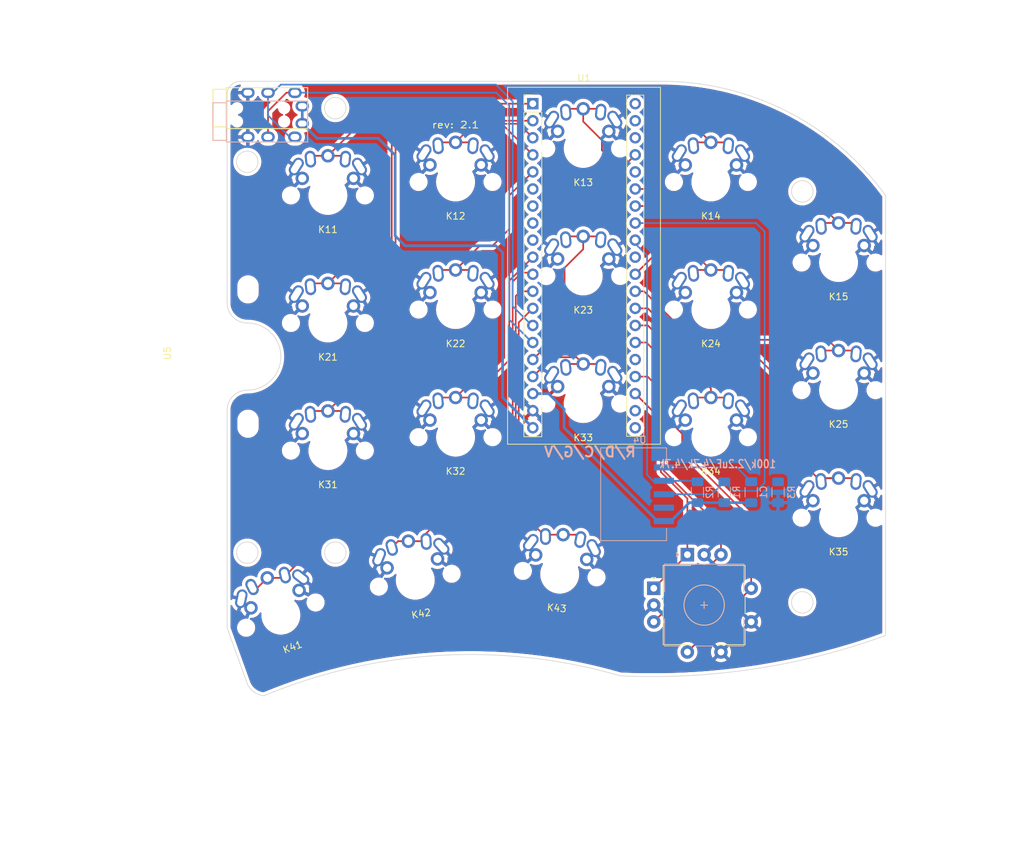
<source format=kicad_pcb>
(kicad_pcb (version 20211014) (generator pcbnew)
  (layers (0 "F.Cu" signal) (31 "B.Cu" signal) (34 "B.Paste" user) (35 "F.Paste" user) (36 "B.SilkS" user "B.Silkscreen") (37 "F.SilkS" user "F.Silkscreen") (38 "B.Mask" user) (39 "F.Mask" user) (44 "Edge.Cuts" user))
  (net 0 "")
  (net 1 "+5V")
  (net 2 "TP_RST")
  (net 5 "GND")
  (net 6 "/k11")
  (net 7 "/k12")
  (net 8 "/k13")
  (net 9 "/k14")
  (net 10 "/k15")
  (net 11 "/k21")
  (net 12 "/k22")
  (net 13 "/k23")
  (net 14 "/k24")
  (net 15 "/k25")
  (net 16 "/k31")
  (net 17 "/k32")
  (net 18 "/k33")
  (net 19 "/k34")
  (net 20 "/k35")
  (net 21 "/k41")
  (net 22 "/k42")
  (net 23 "/k43")
  (net 24 "TP_CLK")
  (net 25 "TP_DAT")
  (net 26 "ENA")
  (net 27 "ENB")
  (net 28 "/k44")
  (net 36 "TX")
  (net 37 "RX")
  (net 41 "+3V3")
  (footprint "kwkb-footprint:Mx-Choc-Reversible" (layer "F.Cu") (at 109.5 107.3 10)
    (fp_text reference "K42")
    (fp_text value "KEYSW")
  )
  (footprint "kwkb-footprint:T400-Trackpoint-mix" (layer "F.Cu") (at 76.6125 74 90)
    (fp_text reference "U5")
    (fp_text value "PlaceHoler")
  )
  (footprint "kwkb-footprint:Mx-Choc-Reversible" (layer "F.Cu") (at 172.5 98)
    (fp_text reference "K35")
    (fp_text value "KEYSW")
  )
  (footprint "kwkb-footprint:Mx-Choc-Reversible" (layer "F.Cu") (at 96.5 69)
    (fp_text reference "K21")
    (fp_text value "KEYSW")
  )
  (footprint "kwkb-footprint:Mx-Choc-Reversible" (layer "F.Cu") (at 153.5 86)
    (fp_text reference "K34")
    (fp_text value "KEYSW")
  )
  (footprint "kwkb-footprint:Mx-Choc-Reversible" (layer "F.Cu") (at 115.5 48)
    (fp_text reference "K12")
    (fp_text value "KEYSW")
  )
  (footprint "kwkb-footprint:Mx-Choc-Reversible" (layer "F.Cu") (at 115.5 86)
    (fp_text reference "K32")
    (fp_text value "KEYSW")
  )
  (footprint "kwkb-footprint:Mx-Choc-Reversible" (layer "F.Cu") (at 96.5 50)
    (fp_text reference "K11")
    (fp_text value "KEYSW")
  )
  (footprint "kwkb-footprint:Mx-Choc-Reversible" (layer "F.Cu") (at 96.5 88)
    (fp_text reference "K31")
    (fp_text value "KEYSW")
  )
  (footprint "kwkb-footprint:Mx-Choc-Reversible" (layer "F.Cu") (at 115.5 67)
    (fp_text reference "K22")
    (fp_text value "KEYSW")
  )
  (footprint "Keebio-Parts:RotaryEncoder_EC11-no-legs" (layer "F.Cu") (at 152.5 111)
    (fp_text reference "SW1")
    (fp_text value "RotaryEncoder_Switch")
  )
  (footprint "kwkb-footprint:Mx-Choc-Reversible" (layer "F.Cu") (at 134.5 62)
    (fp_text reference "K23")
    (fp_text value "KEYSW")
  )
  (footprint "kwkb-footprint:TRRS-PJ-320A" (layer "F.Cu") (at 81.3875 37 90)
    (fp_text reference "U2")
    (fp_text value "TRRS")
  )
  (footprint "kwkb-footprint:Mx-Choc-Reversible" (layer "F.Cu") (at 153.5 48)
    (fp_text reference "K14")
    (fp_text value "KEYSW")
  )
  (footprint "kwkb-footprint:Mx-Choc-Reversible" (layer "F.Cu") (at 134.5 81)
    (fp_text reference "K33")
    (fp_text value "KEYSW")
  )
  (footprint "kwkb-footprint:Mx-Choc-Reversible" (layer "F.Cu") (at 153.5 67)
    (fp_text reference "K24")
    (fp_text value "KEYSW")
  )
  (footprint "kwkb-footprint:Mx-Choc-Reversible" (layer "F.Cu") (at 89.5 112.5 20)
    (fp_text reference "K41")
    (fp_text value "KEYSW")
  )
  (footprint "kwkb-footprint:Mx-Choc-Reversible" (layer "F.Cu") (at 172.5 60)
    (fp_text reference "K15")
    (fp_text value "KEYSW")
  )
  (footprint "WeAct_BlackPill:YAAJ_WeAct_BlackPill_2" (layer "F.Cu") (at 127 36.34)
    (fp_text reference "U1")
    (fp_text value "YAAJ_WeAct_BlackPill_Part_Like" hide)
  )
  (footprint "kwkb-footprint:Mx-Choc-Reversible" (layer "F.Cu") (at 134.5 43)
    (fp_text reference "K13")
    (fp_text value "KEYSW")
  )
  (footprint "kwkb-footprint:Mx-Choc-Reversible" (layer "F.Cu") (at 131 106.4 -5)
    (fp_text reference "K43")
    (fp_text value "KEYSW")
  )
  (footprint "kwkb-footprint:Mx-Choc-Reversible" (layer "F.Cu") (at 172.5 79)
    (fp_text reference "K25")
    (fp_text value "KEYSW")
  )
  (footprint "kwkb-footprint:HY20_1x05_P2.00mm_Vertical_SMD" (layer "B.Cu") (at 143 94.5 180)
    (fp_text reference "U4")
    (fp_text value "trackpoint")
  )
  (footprint "Keebio-Parts:RotaryEncoder_EC11-no-legs" (layer "B.Cu") (at 152.5 111 -90)
    (fp_text reference "SW2")
    (fp_text value "RotaryEncoder_Switch")
  )
  (footprint "kwkb-footprint:TRRS-PJ-320A" (layer "B.Cu") (at 81.3875 39 -90)
    (fp_text reference "U3")
    (fp_text value "TRRS")
  )
  (footprint "Resistor_SMD:R_1206_3216Metric_Pad1.30x1.75mm_HandSolder" (layer "B.Cu") (at 155.5 94.2 90)
    (fp_text reference "R1")
    (fp_text value "4.7k")
  )
  (footprint "Resistor_SMD:R_1206_3216Metric_Pad1.30x1.75mm_HandSolder" (layer "B.Cu") (at 163.5 94.2 -90)
    (fp_text reference "R3")
    (fp_text value "100k")
  )
  (footprint "Resistor_SMD:R_1206_3216Metric_Pad1.30x1.75mm_HandSolder" (layer "B.Cu") (at 151.5 94.2 90)
    (fp_text reference "R2")
    (fp_text value "4.7k")
  )
  (footprint "Capacitor_SMD:C_1206_3216Metric_Pad1.33x1.80mm_HandSolder" (layer "B.Cu") (at 159.5 94.2 90)
    (fp_text reference "C1")
    (fp_text value "2.2uf")
  )
  (gr_arc (start 87 124.5) (mid 85.500501 123.955451) (end 84.5 122.712865) (layer "Edge.Cuts") (width 0.1))
  (gr_circle (center 84.5 103.2) (end 86.1 103.2) (layer "Edge.Cuts") (width 0.1) (fill none))
  (gr_circle (center 167.1 110.6) (end 168.7 110.6) (layer "Edge.Cuts") (width 0.1) (fill none))
  (gr_line (start 81.5 66) (end 81.5 34.9) (layer "Edge.Cuts") (width 0.1))
  (gr_line (start 83.5 33) (end 146.5 33) (layer "Edge.Cuts") (width 0.1))
  (gr_arc (start 87 124.5) (mid 113.246951 118.492689) (end 140 121.536465) (layer "Edge.Cuts") (width 0.1))
  (gr_circle (center 97.6 103.2) (end 99.2 103.2) (layer "Edge.Cuts") (width 0.1) (fill none))
  (gr_line (start 84.5 122.712865) (end 81.5 114.4) (layer "Edge.Cuts") (width 0.1))
  (gr_arc (start 84.5 69) (mid 82.37868 68.12132) (end 81.5 66) (layer "Edge.Cuts") (width 0.1))
  (gr_line (start 179.499999 115.536465) (end 179.5 50) (layer "Edge.Cuts") (width 0.1))
  (gr_arc (start 146.5 33) (mid 165.01767 37.583348) (end 179.5 50) (layer "Edge.Cuts") (width 0.1))
  (gr_circle (center 84.5 45) (end 86.1 45) (layer "Edge.Cuts") (width 0.1) (fill none))
  (gr_circle (center 167.1 49.4) (end 168.7 49.4) (layer "Edge.Cuts") (width 0.1) (fill none))
  (gr_arc (start 81.5 82) (mid 82.37868 79.87868) (end 84.5 79) (layer "Edge.Cuts") (width 0.1))
  (gr_line (start 81.5 82) (end 81.5 114.4) (layer "Edge.Cuts") (width 0.1))
  (gr_circle (center 97.6 37) (end 99.2 37) (layer "Edge.Cuts") (width 0.1) (fill none))
  (gr_arc (start 179.499999 115.536465) (mid 160.048258 120.500001) (end 140 121.536465) (layer "Edge.Cuts") (width 0.1))
  (gr_arc (start 81.5 34.9) (mid 82.120711 33.550767) (end 83.5 33) (layer "Edge.Cuts") (width 0.1))
  (gr_arc (start 84.5 69) (mid 89.5 74) (end 84.5 79) (layer "Edge.Cuts") (width 0.1))
  (gr_text "100k/2.2uF/4.7k/4.7k" (at 154.5 90) (layer "B.SilkS") (effects (font (size 1.2 1) (thickness 0.2)) (justify mirror)))
  (gr_text "R/D/C/G/V" (at 135.5 88.2) (layer "B.SilkS") (effects (font (size 1.5 1.5) (thickness 0.3)) (justify mirror)))
  (gr_text "rev: 2.1" (at 115.5 39.5) (layer "F.SilkS") (effects (font (size 1 1.2))))
  (segment (start 145.55 98.5) (end 146.5 98.5) (width 0.4) (layer "B.Cu") (net 1))
  (segment (start 146.5 98.5) (end 147.55 98.5) (width 0.4) (layer "B.Cu") (net 1))
  (segment (start 127 79.52) (end 129.35848 79.52) (width 0.4) (layer "B.Cu") (net 1))
  (segment (start 155.5 95.75) (end 159.4875 95.75) (width 0.4) (layer "B.Cu") (net 1))
  (segment (start 131.649999 84.599999) (end 145.55 98.5) (width 0.4) (layer "B.Cu") (net 1))
  (segment (start 129.35848 79.52) (end 131.649999 81.811519) (width 0.4) (layer "B.Cu") (net 1))
  (segment (start 147.55 98.5) (end 150.3 95.75) (width 0.4) (layer "B.Cu") (net 1))
  (segment (start 131.649999 81.811519) (end 131.649999 84.599999) (width 0.4) (layer "B.Cu") (net 1))
  (segment (start 151.5 95.75) (end 155.5 95.75) (width 0.4) (layer "B.Cu") (net 1))
  (segment (start 150.3 95.75) (end 151.5 95.75) (width 0.4) (layer "B.Cu") (net 1))
  (segment (start 159.4875 95.75) (end 159.5 95.7625) (width 0.4) (layer "B.Cu") (net 1))
  (segment (start 146.5 90.5) (end 157.3625 90.5) (width 0.25) (layer "B.Cu") (net 2))
  (segment (start 157.3625 90.5) (end 159.5 92.6375) (width 0.25) (layer "B.Cu") (net 2))
  (segment (start 94.4 44.1) (end 93.9 44.6) (width 0.25) (layer "F.Cu") (net 6))
  (segment (start 104.26 36.34) (end 96.5 44.1) (width 0.25) (layer "F.Cu") (net 6))
  (segment (start 96.5 44.1) (end 94.4 44.1) (width 0.25) (layer "F.Cu") (net 6))
  (segment (start 98.6 44.1) (end 99.1 44.6) (width 0.25) (layer "F.Cu") (net 6))
  (segment (start 96.5 44.1) (end 98.6 44.1) (width 0.25) (layer "F.Cu") (net 6))
  (segment (start 127 36.34) (end 104.26 36.34) (width 0.25) (layer "F.Cu") (net 6))
  (segment (start 115.5 42.1) (end 117.6 42.1) (width 0.25) (layer "F.Cu") (net 7))
  (segment (start 127 43.96) (end 122.82 39.78) (width 0.25) (layer "F.Cu") (net 7))
  (segment (start 117.82 39.78) (end 115.5 42.1) (width 0.25) (layer "F.Cu") (net 7))
  (segment (start 115.5 42.1) (end 113.4 42.1) (width 0.25) (layer "F.Cu") (net 7))
  (segment (start 117.6 42.1) (end 118.1 42.6) (width 0.25) (layer "F.Cu") (net 7))
  (segment (start 113.4 42.1) (end 112.9 42.6) (width 0.25) (layer "F.Cu") (net 7))
  (segment (start 122.82 39.78) (end 117.82 39.78) (width 0.25) (layer "F.Cu") (net 7))
  (segment (start 139 45) (end 137.275001 43.275001) (width 0.25) (layer "F.Cu") (net 8))
  (segment (start 132.4 37.1) (end 131.9 37.6) (width 0.25) (layer "F.Cu") (net 8))
  (segment (start 137.275001 41.775001) (end 134.5 39) (width 0.25) (layer "F.Cu") (net 8))
  (segment (start 134.5 37.1) (end 132.4 37.1) (width 0.25) (layer "F.Cu") (net 8))
  (segment (start 136.6 37.1) (end 137.1 37.6) (width 0.25) (layer "F.Cu") (net 8))
  (segment (start 134.5 39) (end 134.5 37.1) (width 0.25) (layer "F.Cu") (net 8))
  (segment (start 141.2 45) (end 139 45) (width 0.25) (layer "F.Cu") (net 8))
  (segment (start 137.275001 43.275001) (end 137.275001 41.775001) (width 0.25) (layer "F.Cu") (net 8))
  (segment (start 142.46 43.96) (end 142.5 44) (width 0.25) (layer "F.Cu") (net 8))
  (segment (start 134.5 37.1) (end 136.6 37.1) (width 0.25) (layer "F.Cu") (net 8))
  (segment (start 142.24 43.96) (end 141.2 45) (width 0.25) (layer "F.Cu") (net 8))
  (segment (start 142.24 43.96) (end 142.46 43.96) (width 0.25) (layer "F.Cu") (net 8))
  (segment (start 155.6 42.1) (end 156.1 42.6) (width 0.25) (layer "F.Cu") (net 9))
  (segment (start 153.5 42.1) (end 155.6 42.1) (width 0.25) (layer "F.Cu") (net 9))
  (segment (start 147 40) (end 151.4 40) (width 0.25) (layer "F.Cu") (net 9))
  (segment (start 151.4 40) (end 153.5 42.1) (width 0.25) (layer "F.Cu") (net 9))
  (segment (start 151.4 42.1) (end 150.9 42.6) (width 0.25) (layer "F.Cu") (net 9))
  (segment (start 143.96 49.04) (end 145.5 47.5) (width 0.25) (layer "F.Cu") (net 9))
  (segment (start 145.5 47.5) (end 145.5 41.5) (width 0.25) (layer "F.Cu") (net 9))
  (segment (start 142.24 49.04) (end 143.96 49.04) (width 0.25) (layer "F.Cu") (net 9))
  (segment (start 145.5 41.5) (end 147 40) (width 0.25) (layer "F.Cu") (net 9))
  (segment (start 153.5 42.1) (end 151.4 42.1) (width 0.25) (layer "F.Cu") (net 9))
  (segment (start 172.5 54.1) (end 174.6 54.1) (width 0.25) (layer "F.Cu") (net 10))
  (segment (start 172.5 54.1) (end 170.4 54.1) (width 0.25) (layer "F.Cu") (net 10))
  (segment (start 172.5 54) (end 171.9 54.6) (width 0.25) (layer "F.Cu") (net 10))
  (segment (start 171.175001 52.775001) (end 172.5 54.1) (width 0.25) (layer "F.Cu") (net 10))
  (segment (start 174.6 54.1) (end 175.1 54.6) (width 0.25) (layer "F.Cu") (net 10))
  (segment (start 147.38 51.58) (end 148.575001 52.775001) (width 0.25) (layer "F.Cu") (net 10))
  (segment (start 142.24 51.58) (end 147.38 51.58) (width 0.25) (layer "F.Cu") (net 10))
  (segment (start 170.4 54.1) (end 169.9 54.6) (width 0.25) (layer "F.Cu") (net 10))
  (segment (start 148.575001 52.775001) (end 171.175001 52.775001) (width 0.25) (layer "F.Cu") (net 10))
  (segment (start 172.5 54.1) (end 172.5 54) (width 0.25) (layer "F.Cu") (net 10))
  (segment (start 107.62 38.88) (end 106 40.5) (width 0.25) (layer "F.Cu") (net 11))
  (segment (start 104.5 59.5) (end 100.1 59.5) (width 0.25) (layer "F.Cu") (net 11))
  (segment (start 96.5 63.1) (end 98.6 63.1) (width 0.25) (layer "F.Cu") (net 11))
  (segment (start 106 40.5) (end 106 58) (width 0.25) (layer "F.Cu") (net 11))
  (segment (start 100.1 59.5) (end 96.5 63.1) (width 0.25) (layer "F.Cu") (net 11))
  (segment (start 96.5 63.1) (end 94.4 63.1) (width 0.25) (layer "F.Cu") (net 11))
  (segment (start 106 58) (end 104.5 59.5) (width 0.25) (layer "F.Cu") (net 11))
  (segment (start 94.4 63.1) (end 93.9 63.6) (width 0.25) (layer "F.Cu") (net 11))
  (segment (start 98.6 63.1) (end 99.1 63.6) (width 0.25) (layer "F.Cu") (net 11))
  (segment (start 127 38.88) (end 107.62 38.88) (width 0.25) (layer "F.Cu") (net 11))
  (segment (start 121 57.5) (end 119.1 57.5) (width 0.25) (layer "F.Cu") (net 12))
  (segment (start 115.5 61.1) (end 117.6 61.1) (width 0.25) (layer "F.Cu") (net 12))
  (segment (start 115.5 61.1) (end 113.4 61.1) (width 0.25) (layer "F.Cu") (net 12))
  (segment (start 117.6 61.1) (end 118.1 61.6) (width 0.25) (layer "F.Cu") (net 12))
  (segment (start 115.5 61.1) (end 115.5 61) (width 0.25) (layer "F.Cu") (net 12))
  (segment (start 123.5 50) (end 123.5 55) (width 0.25) (layer "F.Cu") (net 12))
  (segment (start 113.4 61.1) (end 112.9 61.6) (width 0.25) (layer "F.Cu") (net 12))
  (segment (start 119.1 57.5) (end 115.5 61.1) (width 0.25) (layer "F.Cu") (net 12))
  (segment (start 123.5 55) (end 121 57.5) (width 0.25) (layer "F.Cu") (net 12))
  (segment (start 127 46.5) (end 123.5 50) (width 0.25) (layer "F.Cu") (net 12))
  (segment (start 134.5 56.1) (end 132.4 56.1) (width 0.25) (layer "F.Cu") (net 13))
  (segment (start 136.6 56.1) (end 137.1 56.6) (width 0.25) (layer "F.Cu") (net 13))
  (segment (start 131.724999 60.775001) (end 131.724999 69.715001) (width 0.25) (layer "F.Cu") (net 13))
  (segment (start 134.5 56.1) (end 136.6 56.1) (width 0.25) (layer "F.Cu") (net 13))
  (segment (start 134.5 56.1) (end 134.5 58) (width 0.25) (layer "F.Cu") (net 13))
  (segment (start 131.724999 69.715001) (end 127 74.44) (width 0.25) (layer "F.Cu") (net 13))
  (segment (start 134.5 58) (end 131.724999 60.775001) (width 0.25) (layer "F.Cu") (net 13))
  (segment (start 132.4 56.1) (end 131.9 56.6) (width 0.25) (layer "F.Cu") (net 13))
  (segment (start 145.48 58.5) (end 150.9 58.5) (width 0.25) (layer "F.Cu") (net 14))
  (segment (start 142.24 61.74) (end 145.48 58.5) (width 0.25) (layer "F.Cu") (net 14))
  (segment (start 142.24 61.74) (end 142 61.5) (width 0.25) (layer "F.Cu") (net 14))
  (segment (start 153.5 61.1) (end 155.6 61.1) (width 0.25) (layer "F.Cu") (net 14))
  (segment (start 150.9 58.5) (end 153.5 61.1) (width 0.25) (layer "F.Cu") (net 14))
  (segment (start 153.5 61.1) (end 151.4 61.1) (width 0.25) (layer "F.Cu") (net 14))
  (segment (start 151.4 61.1) (end 150.9 61.6) (width 0.25) (layer "B.Cu") (net 14))
  (segment (start 155.6 61.1) (end 156.1 61.6) (width 0.25) (layer "B.Cu") (net 14))
  (segment (start 174.6 73.1) (end 175.1 73.6) (width 0.25) (layer "F.Cu") (net 15))
  (segment (start 150.767586 71.5) (end 143.547586 64.28) (width 0.25) (layer "F.Cu") (net 15))
  (segment (start 172.5 73.1) (end 170.9 71.5) (width 0.25) (layer "F.Cu") (net 15))
  (segment (start 143.547586 64.28) (end 142.24 64.28) (width 0.25) (layer "F.Cu") (net 15))
  (segment (start 170.4 73.1) (end 169.9 73.6) (width 0.25) (layer "F.Cu") (net 15))
  (segment (start 172.5 73.1) (end 170.4 73.1) (width 0.25) (layer "F.Cu") (net 15))
  (segment (start 170.9 71.5) (end 150.767586 71.5) (width 0.25) (layer "F.Cu") (net 15))
  (segment (start 172.5 73.1) (end 174.6 73.1) (width 0.25) (layer "F.Cu") (net 15))
  (segment (start 94.4 82.1) (end 93.9 82.6) (width 0.25) (layer "F.Cu") (net 16))
  (segment (start 98.6 82.1) (end 99.1 82.6) (width 0.25) (layer "F.Cu") (net 16))
  (segment (start 104.5 78.5) (end 100.1 78.5) (width 0.25) (layer "F.Cu") (net 16))
  (segment (start 96.5 82.1) (end 98.6 82.1) (width 0.25) (layer "F.Cu") (net 16))
  (segment (start 106.568198 40.568198) (end 106.568198 76.431802) (width 0.25) (layer "F.Cu") (net 16))
  (segment (start 100.1 78.5) (end 96.5 82.1) (width 0.25) (layer "F.Cu") (net 16))
  (segment (start 107.806396 39.33) (end 106.568198 40.568198) (width 0.25) (layer "F.Cu") (net 16))
  (segment (start 106.568198 76.431802) (end 104.5 78.5) (width 0.25) (layer "F.Cu") (net 16))
  (segment (start 127 41.42) (end 124.91 39.33) (width 0.25) (layer "F.Cu") (net 16))
  (segment (start 124.91 39.33) (end 107.806396 39.33) (width 0.25) (layer "F.Cu") (net 16))
  (segment (start 96.5 82.1) (end 94.4 82.1) (width 0.25) (layer "F.Cu") (net 16))
  (segment (start 119.1 76.5) (end 115.5 80.1) (width 0.25) (layer "F.Cu") (net 17))
  (segment (start 121.5 76.5) (end 119.1 76.5) (width 0.25) (layer "F.Cu") (net 17))
  (segment (start 123.5 62.7) (end 123.5 74.5) (width 0.25) (layer "F.Cu") (net 17))
  (segment (start 113.4 80.1) (end 112.9 80.6) (width 0.25) (layer "F.Cu") (net 17))
  (segment (start 115.5 80.1) (end 113.4 80.1) (width 0.25) (layer "F.Cu") (net 17))
  (segment (start 127 59.2) (end 123.5 62.7) (width 0.25) (layer "F.Cu") (net 17))
  (segment (start 115.5 80.1) (end 117.6 80.1) (width 0.25) (layer "F.Cu") (net 17))
  (segment (start 117.6 80.1) (end 118.1 80.6) (width 0.25) (layer "F.Cu") (net 17))
  (segment (start 123.5 74.5) (end 121.5 76.5) (width 0.25) (layer "F.Cu") (net 17))
  (segment (start 134.5 75.1) (end 132.4 75.1) (width 0.25) (layer "F.Cu") (net 18))
  (segment (start 136.6 75.1) (end 137.1 75.6) (width 0.25) (layer "F.Cu") (net 18))
  (segment (start 132.4 75.1) (end 131.9 75.6) (width 0.25) (layer "F.Cu") (net 18))
  (segment (start 134.5 75.1) (end 136.6 75.1) (width 0.25) (layer "F.Cu") (net 18))
  (segment (start 127 77) (end 129.9 74.1) (width 0.25) (layer "F.Cu") (net 18))
  (segment (start 127 76.98) (end 127 77) (width 0.25) (layer "F.Cu") (net 18))
  (segment (start 129.9 74.1) (end 133.5 74.1) (width 0.25) (layer "F.Cu") (net 18))
  (segment (start 133.5 74.1) (end 134.5 75.1) (width 0.25) (layer "F.Cu") (net 18))
  (segment (start 144.11 69.36) (end 153.5 78.75) (width 0.25) (layer "F.Cu") (net 19))
  (segment (start 153.5 80.1) (end 155.6 80.1) (width 0.25) (layer "F.Cu") (net 19))
  (segment (start 155.6 80.1) (end 156.1 80.6) (width 0.25) (layer "F.Cu") (net 19))
  (segment (start 142.24 69.36) (end 144.11 69.36) (width 0.25) (layer "F.Cu") (net 19))
  (segment (start 153.5 78.75) (end 153.5 80.1) (width 0.25) (layer "F.Cu") (net 19))
  (segment (start 151.4 80.1) (end 150.9 80.6) (width 0.25) (layer "F.Cu") (net 19))
  (segment (start 153.5 80.1) (end 151.4 80.1) (width 0.25) (layer "F.Cu") (net 19))
  (segment (start 163.5 86.2) (end 169.497317 92.197317) (width 0.25) (layer "F.Cu") (net 20))
  (segment (start 170.4 92.1) (end 169.9 92.6) (width 0.25) (layer "F.Cu") (net 20))
  (segment (start 160.5 74.2) (end 163.5 77.2) (width 0.25) (layer "F.Cu") (net 20))
  (segment (start 142.24 66.82) (end 144.1 66.82) (width 0.25) (layer "F.Cu") (net 20))
  (segment (start 174.6 92.1) (end 175.1 92.6) (width 0.25) (layer "F.Cu") (net 20))
  (segment (start 151.48 74.2) (end 160.5 74.2) (width 0.25) (layer "F.Cu") (net 20))
  (segment (start 172.5 92.1) (end 174.6 92.1) (width 0.25) (layer "F.Cu") (net 20))
  (segment (start 144.1 66.82) (end 151.48 74.2) (width 0.25) (layer "F.Cu") (net 20))
  (segment (start 163.5 77.2) (end 163.5 86.2) (width 0.25) (layer "F.Cu") (net 20))
  (segment (start 169.926117 92.1) (end 169.861228 92.164889) (width 0.25) (layer "F.Cu") (net 20))
  (segment (start 172.5 92.1) (end 170.4 92.1) (width 0.25) (layer "F.Cu") (net 20))
  (segment (start 172.5 92.1) (end 169.926117 92.1) (width 0.25) (layer "F.Cu") (net 20))
  (segment (start 127 61.74) (end 127 61.5) (width 0.25) (layer "F.Cu") (net 21))
  (segment (start 125.336396 61.5) (end 124 62.836396) (width 0.25) (layer "F.Cu") (net 21))
  (segment (start 117.2 96) (end 100.796048 96) (width 0.25) (layer "F.Cu") (net 21))
  (segment (start 100.796048 96) (end 90.259641 106.536407) (width 0.25) (layer "F.Cu") (net 21))
  (segment (start 87.482081 106.955814) (end 89.676885 106.955814) (width 0.25) (layer "F.Cu") (net 21))
  (segment (start 89.676885 106.955814) (end 90.096292 106.536407) (width 0.25) (layer "F.Cu") (net 21))
  (segment (start 127 61.5) (end 125.336396 61.5) (width 0.25) (layer "F.Cu") (net 21))
  (segment (start 124 89.2) (end 117.2 96) (width 0.25) (layer "F.Cu") (net 21))
  (segment (start 87.482081 106.955814) (end 86.122983 108.314912) (width 0.25) (layer "F.Cu") (net 21))
  (segment (start 124 62.836396) (end 124 89.2) (width 0.25) (layer "F.Cu") (net 21))
  (segment (start 86.122983 108.314912) (end 85.20989 108.314912) (width 0.25) (layer "F.Cu") (net 21))
  (segment (start 90.259641 106.536407) (end 90.096292 106.536407) (width 0.25) (layer "F.Cu") (net 21))
  (segment (start 115 96.45) (end 111.1228 100.3272) (width 0.25) (layer "F.Cu") (net 22))
  (segment (start 127 64.28) (end 127 64) (width 0.25) (layer "F.Cu") (net 22))
  (segment (start 108.475476 101.489634) (end 111.081881 101.489634) (width 0.25) (layer "F.Cu") (net 22))
  (segment (start 117.55 96.45) (end 115 96.45) (width 0.25) (layer "F.Cu") (net 22))
  (segment (start 125.17 64.28) (end 124.45 65) (width 0.25) (layer "F.Cu") (net 22))
  (segment (start 127 64.28) (end 125.17 64.28) (width 0.25) (layer "F.Cu") (net 22))
  (segment (start 111.081881 101.489634) (end 111.1228 101.530553) (width 0.25) (layer "F.Cu") (net 22))
  (segment (start 124.45 89.55) (end 117.55 96.45) (width 0.25) (layer "F.Cu") (net 22))
  (segment (start 106.945689 101.489634) (end 106.0018 102.433523) (width 0.25) (layer "F.Cu") (net 22))
  (segment (start 111.1228 100.3272) (end 111.1228 101.530553) (width 0.25) (layer "F.Cu") (net 22))
  (segment (start 124.45 65) (end 124.45 89.55) (width 0.25) (layer "F.Cu") (net 22))
  (segment (start 108.475476 101.489634) (end 106.945689 101.489634) (width 0.25) (layer "F.Cu") (net 22))
  (segment (start 124.9 96.813409) (end 128.880535 100.793944) (width 0.25) (layer "F.Cu") (net 23))
  (segment (start 133.336044 100.522451) (end 134.060747 101.247154) (width 0.25) (layer "F.Cu") (net 23))
  (segment (start 124.9 68.92) (end 124.9 96.813409) (width 0.25) (layer "F.Cu") (net 23))
  (segment (start 127 66.82) (end 124.9 68.92) (width 0.25) (layer "F.Cu") (net 23))
  (segment (start 129.152028 100.522451) (end 128.880535 100.793944) (width 0.25) (layer "F.Cu") (net 23))
  (segment (start 131.514219 100.522451) (end 133.336044 100.522451) (width 0.25) (layer "F.Cu") (net 23))
  (segment (start 131.514219 100.522451) (end 129.152028 100.522451) (width 0.25) (layer "F.Cu") (net 23))
  (segment (start 161.5 92.811827) (end 161.5 55.4) (width 0.25) (layer "B.Cu") (net 24))
  (segment (start 161.5 55.4) (end 160.2 54.1) (width 0.25) (layer "B.Cu") (net 24))
  (segment (start 160.5 93.811827) (end 161.5 92.811827) (width 0.25) (layer "B.Cu") (net 24))
  (segment (start 155.5 92.65) (end 153.65 94.5) (width 0.25) (layer "B.Cu") (net 24))
  (segment (start 160.18 54.12) (end 142.24 54.12) (width 0.25) (layer "B.Cu") (net 24))
  (segment (start 160.2 54.1) (end 160.18 54.12) (width 0.25) (layer "B.Cu") (net 24))
  (segment (start 156.85 94) (end 160.5 94) (width 0.25) (layer "B.Cu") (net 24))
  (segment (start 160.5 94) (end 160.5 93.811827) (width 0.25) (layer "B.Cu") (net 24))
  (segment (start 155.5 92.65) (end 156.85 94) (width 0.25) (layer "B.Cu") (net 24))
  (segment (start 153.65 94.5) (end 146.5 94.5) (width 0.25) (layer "B.Cu") (net 24))
  (segment (start 142.24 57.18524) (end 144 58.94524) (width 0.25) (layer "B.Cu") (net 25))
  (segment (start 142.24 56.66) (end 142.24 57.18524) (width 0.25) (layer "B.Cu") (net 25))
  (segment (start 142.24 56.66) (end 142.24 56.46) (width 0.25) (layer "B.Cu") (net 25))
  (segment (start 142.24 56.46) (end 142.3 56.4) (width 0.25) (layer "B.Cu") (net 25))
  (segment (start 151.5 92.65) (end 151.35 92.5) (width 0.25) (layer "B.Cu") (net 25))
  (segment (start 144 58.94524) (end 144 91.6) (width 0.25) (layer "B.Cu") (net 25))
  (segment (start 151.35 92.5) (end 146.5 92.5) (width 0.25) (layer "B.Cu") (net 25))
  (segment (start 144 91.6) (end 145 92.6) (width 0.25) (layer "B.Cu") (net 25))
  (segment (start 146.05 91.186396) (end 150 95.136396) (width 0.25) (layer "F.Cu") (net 26))
  (segment (start 142.24 79.52) (end 146.05 83.33) (width 0.25) (layer "F.Cu") (net 26))
  (segment (start 150 95.136396) (end 150 103.5) (width 0.25) (layer "F.Cu") (net 26))
  (segment (start 146.05 83.33) (end 146.05 91.186396) (width 0.25) (layer "F.Cu") (net 26))
  (segment (start 150 103.5) (end 145 108.5) (width 0.25) (layer "F.Cu") (net 26))
  (segment (start 155 99.5) (end 155 103.5) (width 0.25) (layer "F.Cu") (net 27))
  (segment (start 155 103.5) (end 145 113.5) (width 0.25) (layer "F.Cu") (net 27))
  (segment (start 146.5 79.4) (end 146.5 91) (width 0.25) (layer "F.Cu") (net 27))
  (segment (start 142.24 76.98) (end 144.08 76.98) (width 0.25) (layer "F.Cu") (net 27))
  (segment (start 144.08 76.98) (end 146.5 79.4) (width 0.25) (layer "F.Cu") (net 27))
  (segment (start 146.5 91) (end 155 99.5) (width 0.25) (layer "F.Cu") (net 27))
  (segment (start 149.225001 87.925001) (end 159.5 98.2) (width 0.25) (layer "F.Cu") (net 28))
  (segment (start 142.24 71.9) (end 143.9 71.9) (width 0.25) (layer "F.Cu") (net 28))
  (segment (start 147 75) (end 147 83.267586) (width 0.25) (layer "F.Cu") (net 28))
  (segment (start 143.9 71.9) (end 147 75) (width 0.25) (layer "F.Cu") (net 28))
  (segment (start 159.5 98.2) (end 159.5 108.5) (width 0.25) (layer "F.Cu") (net 28))
  (segment (start 147 83.267586) (end 149.225001 85.492587) (width 0.25) (layer "F.Cu") (net 28))
  (segment (start 149.225001 85.492587) (end 149.225001 87.925001) (width 0.25) (layer "F.Cu") (net 28))
  (segment (start 159.5 108.5) (end 150 118) (width 0.25) (layer "F.Cu") (net 28))
  (segment (start 87.5875 34.7) (end 87.5875 38.0875) (width 0.25) (layer "B.Cu") (net 36))
  (segment (start 87.5875 38.0875) (end 90.8 41.3) (width 0.25) (layer "B.Cu") (net 36))
  (segment (start 121.5 33.5) (end 124 36) (width 0.25) (layer "B.Cu") (net 36))
  (segment (start 124 36) (end 124 66.5) (width 0.25) (layer "B.Cu") (net 36))
  (segment (start 90.8 41.3) (end 91.5875 41.3) (width 0.25) (layer "B.Cu") (net 36))
  (segment (start 87.5875 34.7) (end 88.3 34.7) (width 0.25) (layer "B.Cu") (net 36))
  (segment (start 124 66.5) (end 127 69.5) (width 0.25) (layer "B.Cu") (net 36))
  (segment (start 89.5 33.5) (end 121.5 33.5) (width 0.25) (layer "B.Cu") (net 36))
  (segment (start 88.3 34.7) (end 89.5 33.5) (width 0.25) (layer "B.Cu") (net 36))
  (segment (start 127 69.5) (end 127 69.36) (width 0.25) (layer "B.Cu") (net 36))
  (segment (start 90.3375 34.7) (end 91.5875 34.7) (width 0.25) (layer "F.Cu") (net 37))
  (segment (start 87.5875 37.45) (end 90.3375 34.7) (width 0.25) (layer "F.Cu") (net 37))
  (segment (start 87.5875 41.3) (end 87.5875 37.45) (width 0.25) (layer "F.Cu") (net 37))
  (segment (start 87.5875 41.3) (end 87.8 41.3) (width 0.25) (layer "F.Cu") (net 37))
  (segment (start 121.563604 34.7) (end 91.5875 34.7) (width 0.25) (layer "B.Cu") (net 37))
  (segment (start 126.9 71.9) (end 123.5 68.5) (width 0.25) (layer "B.Cu") (net 37))
  (segment (start 127 71.9) (end 126.9 71.9) (width 0.25) (layer "B.Cu") (net 37))
  (segment (start 123.5 36.636396) (end 121.563604 34.7) (width 0.25) (layer "B.Cu") (net 37))
  (segment (start 123.5 68.5) (end 123.5 36.636396) (width 0.25) (layer "B.Cu") (net 37))
  (segment (start 122.5 58.5) (end 122.5 80.1) (width 0.4) (layer "B.Cu") (net 41))
  (segment (start 104 41.5) (end 106.5 44) (width 0.4) (layer "B.Cu") (net 41))
  (segment (start 106.5 44) (end 106.5 56) (width 0.4) (layer "B.Cu") (net 41))
  (segment (start 92.6875 39.3) (end 94.8875 41.5) (width 0.4) (layer "B.Cu") (net 41))
  (segment (start 122.5 80.1) (end 127 84.6) (width 0.4) (layer "B.Cu") (net 41))
  (segment (start 92.6875 39.3) (end 92.6875 36.7) (width 0.4) (layer "B.Cu") (net 41))
  (segment (start 106.5 56) (end 108 57.5) (width 0.4) (layer "B.Cu") (net 41))
  (segment (start 121.5 57.5) (end 122.5 58.5) (width 0.4) (layer "B.Cu") (net 41))
  (segment (start 108 57.5) (end 121.5 57.5) (width 0.4) (layer "B.Cu") (net 41))
  (segment (start 94.8875 41.5) (end 104 41.5) (width 0.4) (layer "B.Cu") (net 41))
  (zone (net 5) (net_name "GND") (layers F&B.Cu) (connect_pads (clearance 0.508)) (min_thickness 0.254) (fill yes (thermal_gap 0.508) (thermal_bridge_width 0.508))
    (polygon (pts (xy 200.1 147.9) (xy 47.7 147.9) (xy 47.7 20.9) (xy 200.1 20.9)))
  )
)
</source>
